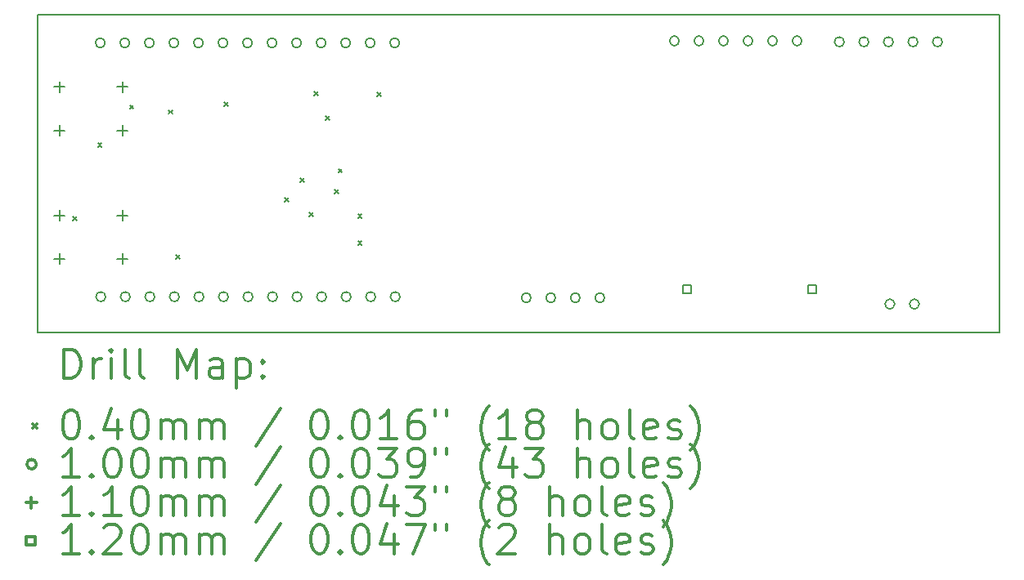
<source format=gbr>
%FSLAX45Y45*%
G04 Gerber Fmt 4.5, Leading zero omitted, Abs format (unit mm)*
G04 Created by KiCad (PCBNEW 5.0.2+dfsg1-1) date Fr 08 Jan 2021 16:22:00 CET*
%MOMM*%
%LPD*%
G01*
G04 APERTURE LIST*
%ADD10C,0.200000*%
%ADD11C,0.300000*%
G04 APERTURE END LIST*
D10*
X9845040Y-8939960D02*
X9845040Y-5643880D01*
X19800000Y-8939960D02*
X9845040Y-8939960D01*
X19800000Y-5648960D02*
X19800000Y-8939960D01*
X9850120Y-5648960D02*
X19800000Y-5648960D01*
D10*
X10211120Y-7742240D02*
X10251120Y-7782240D01*
X10251120Y-7742240D02*
X10211120Y-7782240D01*
X10470200Y-6980240D02*
X10510200Y-7020240D01*
X10510200Y-6980240D02*
X10470200Y-7020240D01*
X10800400Y-6584000D02*
X10840400Y-6624000D01*
X10840400Y-6584000D02*
X10800400Y-6624000D01*
X11201720Y-6634800D02*
X11241720Y-6674800D01*
X11241720Y-6634800D02*
X11201720Y-6674800D01*
X11201720Y-6634800D02*
X11241720Y-6674800D01*
X11241720Y-6634800D02*
X11201720Y-6674800D01*
X11201720Y-6634800D02*
X11241720Y-6674800D01*
X11241720Y-6634800D02*
X11201720Y-6674800D01*
X11277920Y-8138480D02*
X11317920Y-8178480D01*
X11317920Y-8138480D02*
X11277920Y-8178480D01*
X11780840Y-6553520D02*
X11820840Y-6593520D01*
X11820840Y-6553520D02*
X11780840Y-6593520D01*
X12405680Y-7544120D02*
X12445680Y-7584120D01*
X12445680Y-7544120D02*
X12405680Y-7584120D01*
X12563160Y-7340920D02*
X12603160Y-7380920D01*
X12603160Y-7340920D02*
X12563160Y-7380920D01*
X12659680Y-7696520D02*
X12699680Y-7736520D01*
X12699680Y-7696520D02*
X12659680Y-7736520D01*
X12710480Y-6441760D02*
X12750480Y-6481760D01*
X12750480Y-6441760D02*
X12710480Y-6481760D01*
X12827320Y-6700840D02*
X12867320Y-6740840D01*
X12867320Y-6700840D02*
X12827320Y-6740840D01*
X12923840Y-7457760D02*
X12963840Y-7497760D01*
X12963840Y-7457760D02*
X12923840Y-7497760D01*
X12959400Y-7244400D02*
X12999400Y-7284400D01*
X12999400Y-7244400D02*
X12959400Y-7284400D01*
X13162600Y-7711760D02*
X13202600Y-7751760D01*
X13202600Y-7711760D02*
X13162600Y-7751760D01*
X13162600Y-7991160D02*
X13202600Y-8031160D01*
X13202600Y-7991160D02*
X13162600Y-8031160D01*
X13360720Y-6451920D02*
X13400720Y-6491920D01*
X13400720Y-6451920D02*
X13360720Y-6491920D01*
X18719000Y-8646160D02*
G75*
G03X18719000Y-8646160I-50000J0D01*
G01*
X18973000Y-8646160D02*
G75*
G03X18973000Y-8646160I-50000J0D01*
G01*
X14954720Y-8580120D02*
G75*
G03X14954720Y-8580120I-50000J0D01*
G01*
X15208720Y-8580120D02*
G75*
G03X15208720Y-8580120I-50000J0D01*
G01*
X15462720Y-8580120D02*
G75*
G03X15462720Y-8580120I-50000J0D01*
G01*
X15716720Y-8580120D02*
G75*
G03X15716720Y-8580120I-50000J0D01*
G01*
X10545280Y-5938520D02*
G75*
G03X10545280Y-5938520I-50000J0D01*
G01*
X10799280Y-5938520D02*
G75*
G03X10799280Y-5938520I-50000J0D01*
G01*
X11053280Y-5938520D02*
G75*
G03X11053280Y-5938520I-50000J0D01*
G01*
X11307280Y-5938520D02*
G75*
G03X11307280Y-5938520I-50000J0D01*
G01*
X11561280Y-5938520D02*
G75*
G03X11561280Y-5938520I-50000J0D01*
G01*
X11815280Y-5938520D02*
G75*
G03X11815280Y-5938520I-50000J0D01*
G01*
X12069280Y-5938520D02*
G75*
G03X12069280Y-5938520I-50000J0D01*
G01*
X12323280Y-5938520D02*
G75*
G03X12323280Y-5938520I-50000J0D01*
G01*
X12577280Y-5938520D02*
G75*
G03X12577280Y-5938520I-50000J0D01*
G01*
X12831280Y-5938520D02*
G75*
G03X12831280Y-5938520I-50000J0D01*
G01*
X13085280Y-5938520D02*
G75*
G03X13085280Y-5938520I-50000J0D01*
G01*
X13339280Y-5938520D02*
G75*
G03X13339280Y-5938520I-50000J0D01*
G01*
X13593280Y-5938520D02*
G75*
G03X13593280Y-5938520I-50000J0D01*
G01*
X16488880Y-5918200D02*
G75*
G03X16488880Y-5918200I-50000J0D01*
G01*
X16742880Y-5918200D02*
G75*
G03X16742880Y-5918200I-50000J0D01*
G01*
X16996880Y-5918200D02*
G75*
G03X16996880Y-5918200I-50000J0D01*
G01*
X17250880Y-5918200D02*
G75*
G03X17250880Y-5918200I-50000J0D01*
G01*
X17504880Y-5918200D02*
G75*
G03X17504880Y-5918200I-50000J0D01*
G01*
X17758880Y-5918200D02*
G75*
G03X17758880Y-5918200I-50000J0D01*
G01*
X18195760Y-5928360D02*
G75*
G03X18195760Y-5928360I-50000J0D01*
G01*
X18449760Y-5928360D02*
G75*
G03X18449760Y-5928360I-50000J0D01*
G01*
X18703760Y-5928360D02*
G75*
G03X18703760Y-5928360I-50000J0D01*
G01*
X18957760Y-5928360D02*
G75*
G03X18957760Y-5928360I-50000J0D01*
G01*
X19211760Y-5928360D02*
G75*
G03X19211760Y-5928360I-50000J0D01*
G01*
X10550360Y-8570000D02*
G75*
G03X10550360Y-8570000I-50000J0D01*
G01*
X10804360Y-8570000D02*
G75*
G03X10804360Y-8570000I-50000J0D01*
G01*
X11058360Y-8570000D02*
G75*
G03X11058360Y-8570000I-50000J0D01*
G01*
X11312360Y-8570000D02*
G75*
G03X11312360Y-8570000I-50000J0D01*
G01*
X11566360Y-8570000D02*
G75*
G03X11566360Y-8570000I-50000J0D01*
G01*
X11820360Y-8570000D02*
G75*
G03X11820360Y-8570000I-50000J0D01*
G01*
X12074360Y-8570000D02*
G75*
G03X12074360Y-8570000I-50000J0D01*
G01*
X12328360Y-8570000D02*
G75*
G03X12328360Y-8570000I-50000J0D01*
G01*
X12582360Y-8570000D02*
G75*
G03X12582360Y-8570000I-50000J0D01*
G01*
X12836360Y-8570000D02*
G75*
G03X12836360Y-8570000I-50000J0D01*
G01*
X13090360Y-8570000D02*
G75*
G03X13090360Y-8570000I-50000J0D01*
G01*
X13344360Y-8570000D02*
G75*
G03X13344360Y-8570000I-50000J0D01*
G01*
X13598360Y-8570000D02*
G75*
G03X13598360Y-8570000I-50000J0D01*
G01*
X10073640Y-7671680D02*
X10073640Y-7781680D01*
X10018640Y-7726680D02*
X10128640Y-7726680D01*
X10073640Y-8121680D02*
X10073640Y-8231680D01*
X10018640Y-8176680D02*
X10128640Y-8176680D01*
X10723640Y-7671680D02*
X10723640Y-7781680D01*
X10668640Y-7726680D02*
X10778640Y-7726680D01*
X10723640Y-8121680D02*
X10723640Y-8231680D01*
X10668640Y-8176680D02*
X10778640Y-8176680D01*
X10073640Y-6340720D02*
X10073640Y-6450720D01*
X10018640Y-6395720D02*
X10128640Y-6395720D01*
X10073640Y-6790720D02*
X10073640Y-6900720D01*
X10018640Y-6845720D02*
X10128640Y-6845720D01*
X10723640Y-6340720D02*
X10723640Y-6450720D01*
X10668640Y-6395720D02*
X10778640Y-6395720D01*
X10723640Y-6790720D02*
X10723640Y-6900720D01*
X10668640Y-6845720D02*
X10778640Y-6845720D01*
X16608307Y-8531107D02*
X16608307Y-8446253D01*
X16523453Y-8446253D01*
X16523453Y-8531107D01*
X16608307Y-8531107D01*
X17908307Y-8531107D02*
X17908307Y-8446253D01*
X17823453Y-8446253D01*
X17823453Y-8531107D01*
X17908307Y-8531107D01*
D11*
X10121468Y-9415674D02*
X10121468Y-9115674D01*
X10192897Y-9115674D01*
X10235754Y-9129960D01*
X10264326Y-9158532D01*
X10278611Y-9187103D01*
X10292897Y-9244246D01*
X10292897Y-9287103D01*
X10278611Y-9344246D01*
X10264326Y-9372817D01*
X10235754Y-9401389D01*
X10192897Y-9415674D01*
X10121468Y-9415674D01*
X10421468Y-9415674D02*
X10421468Y-9215674D01*
X10421468Y-9272817D02*
X10435754Y-9244246D01*
X10450040Y-9229960D01*
X10478611Y-9215674D01*
X10507183Y-9215674D01*
X10607183Y-9415674D02*
X10607183Y-9215674D01*
X10607183Y-9115674D02*
X10592897Y-9129960D01*
X10607183Y-9144246D01*
X10621468Y-9129960D01*
X10607183Y-9115674D01*
X10607183Y-9144246D01*
X10792897Y-9415674D02*
X10764326Y-9401389D01*
X10750040Y-9372817D01*
X10750040Y-9115674D01*
X10950040Y-9415674D02*
X10921468Y-9401389D01*
X10907183Y-9372817D01*
X10907183Y-9115674D01*
X11292897Y-9415674D02*
X11292897Y-9115674D01*
X11392897Y-9329960D01*
X11492897Y-9115674D01*
X11492897Y-9415674D01*
X11764326Y-9415674D02*
X11764326Y-9258532D01*
X11750040Y-9229960D01*
X11721468Y-9215674D01*
X11664326Y-9215674D01*
X11635754Y-9229960D01*
X11764326Y-9401389D02*
X11735754Y-9415674D01*
X11664326Y-9415674D01*
X11635754Y-9401389D01*
X11621468Y-9372817D01*
X11621468Y-9344246D01*
X11635754Y-9315674D01*
X11664326Y-9301389D01*
X11735754Y-9301389D01*
X11764326Y-9287103D01*
X11907183Y-9215674D02*
X11907183Y-9515674D01*
X11907183Y-9229960D02*
X11935754Y-9215674D01*
X11992897Y-9215674D01*
X12021468Y-9229960D01*
X12035754Y-9244246D01*
X12050040Y-9272817D01*
X12050040Y-9358532D01*
X12035754Y-9387103D01*
X12021468Y-9401389D01*
X11992897Y-9415674D01*
X11935754Y-9415674D01*
X11907183Y-9401389D01*
X12178611Y-9387103D02*
X12192897Y-9401389D01*
X12178611Y-9415674D01*
X12164326Y-9401389D01*
X12178611Y-9387103D01*
X12178611Y-9415674D01*
X12178611Y-9229960D02*
X12192897Y-9244246D01*
X12178611Y-9258532D01*
X12164326Y-9244246D01*
X12178611Y-9229960D01*
X12178611Y-9258532D01*
X9795040Y-9889960D02*
X9835040Y-9929960D01*
X9835040Y-9889960D02*
X9795040Y-9929960D01*
X10178611Y-9745674D02*
X10207183Y-9745674D01*
X10235754Y-9759960D01*
X10250040Y-9774246D01*
X10264326Y-9802817D01*
X10278611Y-9859960D01*
X10278611Y-9931389D01*
X10264326Y-9988532D01*
X10250040Y-10017103D01*
X10235754Y-10031389D01*
X10207183Y-10045674D01*
X10178611Y-10045674D01*
X10150040Y-10031389D01*
X10135754Y-10017103D01*
X10121468Y-9988532D01*
X10107183Y-9931389D01*
X10107183Y-9859960D01*
X10121468Y-9802817D01*
X10135754Y-9774246D01*
X10150040Y-9759960D01*
X10178611Y-9745674D01*
X10407183Y-10017103D02*
X10421468Y-10031389D01*
X10407183Y-10045674D01*
X10392897Y-10031389D01*
X10407183Y-10017103D01*
X10407183Y-10045674D01*
X10678611Y-9845674D02*
X10678611Y-10045674D01*
X10607183Y-9731389D02*
X10535754Y-9945674D01*
X10721468Y-9945674D01*
X10892897Y-9745674D02*
X10921468Y-9745674D01*
X10950040Y-9759960D01*
X10964326Y-9774246D01*
X10978611Y-9802817D01*
X10992897Y-9859960D01*
X10992897Y-9931389D01*
X10978611Y-9988532D01*
X10964326Y-10017103D01*
X10950040Y-10031389D01*
X10921468Y-10045674D01*
X10892897Y-10045674D01*
X10864326Y-10031389D01*
X10850040Y-10017103D01*
X10835754Y-9988532D01*
X10821468Y-9931389D01*
X10821468Y-9859960D01*
X10835754Y-9802817D01*
X10850040Y-9774246D01*
X10864326Y-9759960D01*
X10892897Y-9745674D01*
X11121468Y-10045674D02*
X11121468Y-9845674D01*
X11121468Y-9874246D02*
X11135754Y-9859960D01*
X11164326Y-9845674D01*
X11207183Y-9845674D01*
X11235754Y-9859960D01*
X11250040Y-9888532D01*
X11250040Y-10045674D01*
X11250040Y-9888532D02*
X11264326Y-9859960D01*
X11292897Y-9845674D01*
X11335754Y-9845674D01*
X11364326Y-9859960D01*
X11378611Y-9888532D01*
X11378611Y-10045674D01*
X11521468Y-10045674D02*
X11521468Y-9845674D01*
X11521468Y-9874246D02*
X11535754Y-9859960D01*
X11564326Y-9845674D01*
X11607183Y-9845674D01*
X11635754Y-9859960D01*
X11650040Y-9888532D01*
X11650040Y-10045674D01*
X11650040Y-9888532D02*
X11664326Y-9859960D01*
X11692897Y-9845674D01*
X11735754Y-9845674D01*
X11764326Y-9859960D01*
X11778611Y-9888532D01*
X11778611Y-10045674D01*
X12364326Y-9731389D02*
X12107183Y-10117103D01*
X12750040Y-9745674D02*
X12778611Y-9745674D01*
X12807183Y-9759960D01*
X12821468Y-9774246D01*
X12835754Y-9802817D01*
X12850040Y-9859960D01*
X12850040Y-9931389D01*
X12835754Y-9988532D01*
X12821468Y-10017103D01*
X12807183Y-10031389D01*
X12778611Y-10045674D01*
X12750040Y-10045674D01*
X12721468Y-10031389D01*
X12707183Y-10017103D01*
X12692897Y-9988532D01*
X12678611Y-9931389D01*
X12678611Y-9859960D01*
X12692897Y-9802817D01*
X12707183Y-9774246D01*
X12721468Y-9759960D01*
X12750040Y-9745674D01*
X12978611Y-10017103D02*
X12992897Y-10031389D01*
X12978611Y-10045674D01*
X12964326Y-10031389D01*
X12978611Y-10017103D01*
X12978611Y-10045674D01*
X13178611Y-9745674D02*
X13207183Y-9745674D01*
X13235754Y-9759960D01*
X13250040Y-9774246D01*
X13264326Y-9802817D01*
X13278611Y-9859960D01*
X13278611Y-9931389D01*
X13264326Y-9988532D01*
X13250040Y-10017103D01*
X13235754Y-10031389D01*
X13207183Y-10045674D01*
X13178611Y-10045674D01*
X13150040Y-10031389D01*
X13135754Y-10017103D01*
X13121468Y-9988532D01*
X13107183Y-9931389D01*
X13107183Y-9859960D01*
X13121468Y-9802817D01*
X13135754Y-9774246D01*
X13150040Y-9759960D01*
X13178611Y-9745674D01*
X13564326Y-10045674D02*
X13392897Y-10045674D01*
X13478611Y-10045674D02*
X13478611Y-9745674D01*
X13450040Y-9788532D01*
X13421468Y-9817103D01*
X13392897Y-9831389D01*
X13821468Y-9745674D02*
X13764326Y-9745674D01*
X13735754Y-9759960D01*
X13721468Y-9774246D01*
X13692897Y-9817103D01*
X13678611Y-9874246D01*
X13678611Y-9988532D01*
X13692897Y-10017103D01*
X13707183Y-10031389D01*
X13735754Y-10045674D01*
X13792897Y-10045674D01*
X13821468Y-10031389D01*
X13835754Y-10017103D01*
X13850040Y-9988532D01*
X13850040Y-9917103D01*
X13835754Y-9888532D01*
X13821468Y-9874246D01*
X13792897Y-9859960D01*
X13735754Y-9859960D01*
X13707183Y-9874246D01*
X13692897Y-9888532D01*
X13678611Y-9917103D01*
X13964326Y-9745674D02*
X13964326Y-9802817D01*
X14078611Y-9745674D02*
X14078611Y-9802817D01*
X14521468Y-10159960D02*
X14507183Y-10145674D01*
X14478611Y-10102817D01*
X14464326Y-10074246D01*
X14450040Y-10031389D01*
X14435754Y-9959960D01*
X14435754Y-9902817D01*
X14450040Y-9831389D01*
X14464326Y-9788532D01*
X14478611Y-9759960D01*
X14507183Y-9717103D01*
X14521468Y-9702817D01*
X14792897Y-10045674D02*
X14621468Y-10045674D01*
X14707183Y-10045674D02*
X14707183Y-9745674D01*
X14678611Y-9788532D01*
X14650040Y-9817103D01*
X14621468Y-9831389D01*
X14964326Y-9874246D02*
X14935754Y-9859960D01*
X14921468Y-9845674D01*
X14907183Y-9817103D01*
X14907183Y-9802817D01*
X14921468Y-9774246D01*
X14935754Y-9759960D01*
X14964326Y-9745674D01*
X15021468Y-9745674D01*
X15050040Y-9759960D01*
X15064326Y-9774246D01*
X15078611Y-9802817D01*
X15078611Y-9817103D01*
X15064326Y-9845674D01*
X15050040Y-9859960D01*
X15021468Y-9874246D01*
X14964326Y-9874246D01*
X14935754Y-9888532D01*
X14921468Y-9902817D01*
X14907183Y-9931389D01*
X14907183Y-9988532D01*
X14921468Y-10017103D01*
X14935754Y-10031389D01*
X14964326Y-10045674D01*
X15021468Y-10045674D01*
X15050040Y-10031389D01*
X15064326Y-10017103D01*
X15078611Y-9988532D01*
X15078611Y-9931389D01*
X15064326Y-9902817D01*
X15050040Y-9888532D01*
X15021468Y-9874246D01*
X15435754Y-10045674D02*
X15435754Y-9745674D01*
X15564326Y-10045674D02*
X15564326Y-9888532D01*
X15550040Y-9859960D01*
X15521468Y-9845674D01*
X15478611Y-9845674D01*
X15450040Y-9859960D01*
X15435754Y-9874246D01*
X15750040Y-10045674D02*
X15721468Y-10031389D01*
X15707183Y-10017103D01*
X15692897Y-9988532D01*
X15692897Y-9902817D01*
X15707183Y-9874246D01*
X15721468Y-9859960D01*
X15750040Y-9845674D01*
X15792897Y-9845674D01*
X15821468Y-9859960D01*
X15835754Y-9874246D01*
X15850040Y-9902817D01*
X15850040Y-9988532D01*
X15835754Y-10017103D01*
X15821468Y-10031389D01*
X15792897Y-10045674D01*
X15750040Y-10045674D01*
X16021468Y-10045674D02*
X15992897Y-10031389D01*
X15978611Y-10002817D01*
X15978611Y-9745674D01*
X16250040Y-10031389D02*
X16221468Y-10045674D01*
X16164326Y-10045674D01*
X16135754Y-10031389D01*
X16121468Y-10002817D01*
X16121468Y-9888532D01*
X16135754Y-9859960D01*
X16164326Y-9845674D01*
X16221468Y-9845674D01*
X16250040Y-9859960D01*
X16264326Y-9888532D01*
X16264326Y-9917103D01*
X16121468Y-9945674D01*
X16378611Y-10031389D02*
X16407183Y-10045674D01*
X16464326Y-10045674D01*
X16492897Y-10031389D01*
X16507183Y-10002817D01*
X16507183Y-9988532D01*
X16492897Y-9959960D01*
X16464326Y-9945674D01*
X16421468Y-9945674D01*
X16392897Y-9931389D01*
X16378611Y-9902817D01*
X16378611Y-9888532D01*
X16392897Y-9859960D01*
X16421468Y-9845674D01*
X16464326Y-9845674D01*
X16492897Y-9859960D01*
X16607183Y-10159960D02*
X16621468Y-10145674D01*
X16650040Y-10102817D01*
X16664326Y-10074246D01*
X16678611Y-10031389D01*
X16692897Y-9959960D01*
X16692897Y-9902817D01*
X16678611Y-9831389D01*
X16664326Y-9788532D01*
X16650040Y-9759960D01*
X16621468Y-9717103D01*
X16607183Y-9702817D01*
X9835040Y-10305960D02*
G75*
G03X9835040Y-10305960I-50000J0D01*
G01*
X10278611Y-10441674D02*
X10107183Y-10441674D01*
X10192897Y-10441674D02*
X10192897Y-10141674D01*
X10164326Y-10184532D01*
X10135754Y-10213103D01*
X10107183Y-10227389D01*
X10407183Y-10413103D02*
X10421468Y-10427389D01*
X10407183Y-10441674D01*
X10392897Y-10427389D01*
X10407183Y-10413103D01*
X10407183Y-10441674D01*
X10607183Y-10141674D02*
X10635754Y-10141674D01*
X10664326Y-10155960D01*
X10678611Y-10170246D01*
X10692897Y-10198817D01*
X10707183Y-10255960D01*
X10707183Y-10327389D01*
X10692897Y-10384532D01*
X10678611Y-10413103D01*
X10664326Y-10427389D01*
X10635754Y-10441674D01*
X10607183Y-10441674D01*
X10578611Y-10427389D01*
X10564326Y-10413103D01*
X10550040Y-10384532D01*
X10535754Y-10327389D01*
X10535754Y-10255960D01*
X10550040Y-10198817D01*
X10564326Y-10170246D01*
X10578611Y-10155960D01*
X10607183Y-10141674D01*
X10892897Y-10141674D02*
X10921468Y-10141674D01*
X10950040Y-10155960D01*
X10964326Y-10170246D01*
X10978611Y-10198817D01*
X10992897Y-10255960D01*
X10992897Y-10327389D01*
X10978611Y-10384532D01*
X10964326Y-10413103D01*
X10950040Y-10427389D01*
X10921468Y-10441674D01*
X10892897Y-10441674D01*
X10864326Y-10427389D01*
X10850040Y-10413103D01*
X10835754Y-10384532D01*
X10821468Y-10327389D01*
X10821468Y-10255960D01*
X10835754Y-10198817D01*
X10850040Y-10170246D01*
X10864326Y-10155960D01*
X10892897Y-10141674D01*
X11121468Y-10441674D02*
X11121468Y-10241674D01*
X11121468Y-10270246D02*
X11135754Y-10255960D01*
X11164326Y-10241674D01*
X11207183Y-10241674D01*
X11235754Y-10255960D01*
X11250040Y-10284532D01*
X11250040Y-10441674D01*
X11250040Y-10284532D02*
X11264326Y-10255960D01*
X11292897Y-10241674D01*
X11335754Y-10241674D01*
X11364326Y-10255960D01*
X11378611Y-10284532D01*
X11378611Y-10441674D01*
X11521468Y-10441674D02*
X11521468Y-10241674D01*
X11521468Y-10270246D02*
X11535754Y-10255960D01*
X11564326Y-10241674D01*
X11607183Y-10241674D01*
X11635754Y-10255960D01*
X11650040Y-10284532D01*
X11650040Y-10441674D01*
X11650040Y-10284532D02*
X11664326Y-10255960D01*
X11692897Y-10241674D01*
X11735754Y-10241674D01*
X11764326Y-10255960D01*
X11778611Y-10284532D01*
X11778611Y-10441674D01*
X12364326Y-10127389D02*
X12107183Y-10513103D01*
X12750040Y-10141674D02*
X12778611Y-10141674D01*
X12807183Y-10155960D01*
X12821468Y-10170246D01*
X12835754Y-10198817D01*
X12850040Y-10255960D01*
X12850040Y-10327389D01*
X12835754Y-10384532D01*
X12821468Y-10413103D01*
X12807183Y-10427389D01*
X12778611Y-10441674D01*
X12750040Y-10441674D01*
X12721468Y-10427389D01*
X12707183Y-10413103D01*
X12692897Y-10384532D01*
X12678611Y-10327389D01*
X12678611Y-10255960D01*
X12692897Y-10198817D01*
X12707183Y-10170246D01*
X12721468Y-10155960D01*
X12750040Y-10141674D01*
X12978611Y-10413103D02*
X12992897Y-10427389D01*
X12978611Y-10441674D01*
X12964326Y-10427389D01*
X12978611Y-10413103D01*
X12978611Y-10441674D01*
X13178611Y-10141674D02*
X13207183Y-10141674D01*
X13235754Y-10155960D01*
X13250040Y-10170246D01*
X13264326Y-10198817D01*
X13278611Y-10255960D01*
X13278611Y-10327389D01*
X13264326Y-10384532D01*
X13250040Y-10413103D01*
X13235754Y-10427389D01*
X13207183Y-10441674D01*
X13178611Y-10441674D01*
X13150040Y-10427389D01*
X13135754Y-10413103D01*
X13121468Y-10384532D01*
X13107183Y-10327389D01*
X13107183Y-10255960D01*
X13121468Y-10198817D01*
X13135754Y-10170246D01*
X13150040Y-10155960D01*
X13178611Y-10141674D01*
X13378611Y-10141674D02*
X13564326Y-10141674D01*
X13464326Y-10255960D01*
X13507183Y-10255960D01*
X13535754Y-10270246D01*
X13550040Y-10284532D01*
X13564326Y-10313103D01*
X13564326Y-10384532D01*
X13550040Y-10413103D01*
X13535754Y-10427389D01*
X13507183Y-10441674D01*
X13421468Y-10441674D01*
X13392897Y-10427389D01*
X13378611Y-10413103D01*
X13707183Y-10441674D02*
X13764326Y-10441674D01*
X13792897Y-10427389D01*
X13807183Y-10413103D01*
X13835754Y-10370246D01*
X13850040Y-10313103D01*
X13850040Y-10198817D01*
X13835754Y-10170246D01*
X13821468Y-10155960D01*
X13792897Y-10141674D01*
X13735754Y-10141674D01*
X13707183Y-10155960D01*
X13692897Y-10170246D01*
X13678611Y-10198817D01*
X13678611Y-10270246D01*
X13692897Y-10298817D01*
X13707183Y-10313103D01*
X13735754Y-10327389D01*
X13792897Y-10327389D01*
X13821468Y-10313103D01*
X13835754Y-10298817D01*
X13850040Y-10270246D01*
X13964326Y-10141674D02*
X13964326Y-10198817D01*
X14078611Y-10141674D02*
X14078611Y-10198817D01*
X14521468Y-10555960D02*
X14507183Y-10541674D01*
X14478611Y-10498817D01*
X14464326Y-10470246D01*
X14450040Y-10427389D01*
X14435754Y-10355960D01*
X14435754Y-10298817D01*
X14450040Y-10227389D01*
X14464326Y-10184532D01*
X14478611Y-10155960D01*
X14507183Y-10113103D01*
X14521468Y-10098817D01*
X14764326Y-10241674D02*
X14764326Y-10441674D01*
X14692897Y-10127389D02*
X14621468Y-10341674D01*
X14807183Y-10341674D01*
X14892897Y-10141674D02*
X15078611Y-10141674D01*
X14978611Y-10255960D01*
X15021468Y-10255960D01*
X15050040Y-10270246D01*
X15064326Y-10284532D01*
X15078611Y-10313103D01*
X15078611Y-10384532D01*
X15064326Y-10413103D01*
X15050040Y-10427389D01*
X15021468Y-10441674D01*
X14935754Y-10441674D01*
X14907183Y-10427389D01*
X14892897Y-10413103D01*
X15435754Y-10441674D02*
X15435754Y-10141674D01*
X15564326Y-10441674D02*
X15564326Y-10284532D01*
X15550040Y-10255960D01*
X15521468Y-10241674D01*
X15478611Y-10241674D01*
X15450040Y-10255960D01*
X15435754Y-10270246D01*
X15750040Y-10441674D02*
X15721468Y-10427389D01*
X15707183Y-10413103D01*
X15692897Y-10384532D01*
X15692897Y-10298817D01*
X15707183Y-10270246D01*
X15721468Y-10255960D01*
X15750040Y-10241674D01*
X15792897Y-10241674D01*
X15821468Y-10255960D01*
X15835754Y-10270246D01*
X15850040Y-10298817D01*
X15850040Y-10384532D01*
X15835754Y-10413103D01*
X15821468Y-10427389D01*
X15792897Y-10441674D01*
X15750040Y-10441674D01*
X16021468Y-10441674D02*
X15992897Y-10427389D01*
X15978611Y-10398817D01*
X15978611Y-10141674D01*
X16250040Y-10427389D02*
X16221468Y-10441674D01*
X16164326Y-10441674D01*
X16135754Y-10427389D01*
X16121468Y-10398817D01*
X16121468Y-10284532D01*
X16135754Y-10255960D01*
X16164326Y-10241674D01*
X16221468Y-10241674D01*
X16250040Y-10255960D01*
X16264326Y-10284532D01*
X16264326Y-10313103D01*
X16121468Y-10341674D01*
X16378611Y-10427389D02*
X16407183Y-10441674D01*
X16464326Y-10441674D01*
X16492897Y-10427389D01*
X16507183Y-10398817D01*
X16507183Y-10384532D01*
X16492897Y-10355960D01*
X16464326Y-10341674D01*
X16421468Y-10341674D01*
X16392897Y-10327389D01*
X16378611Y-10298817D01*
X16378611Y-10284532D01*
X16392897Y-10255960D01*
X16421468Y-10241674D01*
X16464326Y-10241674D01*
X16492897Y-10255960D01*
X16607183Y-10555960D02*
X16621468Y-10541674D01*
X16650040Y-10498817D01*
X16664326Y-10470246D01*
X16678611Y-10427389D01*
X16692897Y-10355960D01*
X16692897Y-10298817D01*
X16678611Y-10227389D01*
X16664326Y-10184532D01*
X16650040Y-10155960D01*
X16621468Y-10113103D01*
X16607183Y-10098817D01*
X9780040Y-10646960D02*
X9780040Y-10756960D01*
X9725040Y-10701960D02*
X9835040Y-10701960D01*
X10278611Y-10837674D02*
X10107183Y-10837674D01*
X10192897Y-10837674D02*
X10192897Y-10537674D01*
X10164326Y-10580532D01*
X10135754Y-10609103D01*
X10107183Y-10623389D01*
X10407183Y-10809103D02*
X10421468Y-10823389D01*
X10407183Y-10837674D01*
X10392897Y-10823389D01*
X10407183Y-10809103D01*
X10407183Y-10837674D01*
X10707183Y-10837674D02*
X10535754Y-10837674D01*
X10621468Y-10837674D02*
X10621468Y-10537674D01*
X10592897Y-10580532D01*
X10564326Y-10609103D01*
X10535754Y-10623389D01*
X10892897Y-10537674D02*
X10921468Y-10537674D01*
X10950040Y-10551960D01*
X10964326Y-10566246D01*
X10978611Y-10594817D01*
X10992897Y-10651960D01*
X10992897Y-10723389D01*
X10978611Y-10780532D01*
X10964326Y-10809103D01*
X10950040Y-10823389D01*
X10921468Y-10837674D01*
X10892897Y-10837674D01*
X10864326Y-10823389D01*
X10850040Y-10809103D01*
X10835754Y-10780532D01*
X10821468Y-10723389D01*
X10821468Y-10651960D01*
X10835754Y-10594817D01*
X10850040Y-10566246D01*
X10864326Y-10551960D01*
X10892897Y-10537674D01*
X11121468Y-10837674D02*
X11121468Y-10637674D01*
X11121468Y-10666246D02*
X11135754Y-10651960D01*
X11164326Y-10637674D01*
X11207183Y-10637674D01*
X11235754Y-10651960D01*
X11250040Y-10680532D01*
X11250040Y-10837674D01*
X11250040Y-10680532D02*
X11264326Y-10651960D01*
X11292897Y-10637674D01*
X11335754Y-10637674D01*
X11364326Y-10651960D01*
X11378611Y-10680532D01*
X11378611Y-10837674D01*
X11521468Y-10837674D02*
X11521468Y-10637674D01*
X11521468Y-10666246D02*
X11535754Y-10651960D01*
X11564326Y-10637674D01*
X11607183Y-10637674D01*
X11635754Y-10651960D01*
X11650040Y-10680532D01*
X11650040Y-10837674D01*
X11650040Y-10680532D02*
X11664326Y-10651960D01*
X11692897Y-10637674D01*
X11735754Y-10637674D01*
X11764326Y-10651960D01*
X11778611Y-10680532D01*
X11778611Y-10837674D01*
X12364326Y-10523389D02*
X12107183Y-10909103D01*
X12750040Y-10537674D02*
X12778611Y-10537674D01*
X12807183Y-10551960D01*
X12821468Y-10566246D01*
X12835754Y-10594817D01*
X12850040Y-10651960D01*
X12850040Y-10723389D01*
X12835754Y-10780532D01*
X12821468Y-10809103D01*
X12807183Y-10823389D01*
X12778611Y-10837674D01*
X12750040Y-10837674D01*
X12721468Y-10823389D01*
X12707183Y-10809103D01*
X12692897Y-10780532D01*
X12678611Y-10723389D01*
X12678611Y-10651960D01*
X12692897Y-10594817D01*
X12707183Y-10566246D01*
X12721468Y-10551960D01*
X12750040Y-10537674D01*
X12978611Y-10809103D02*
X12992897Y-10823389D01*
X12978611Y-10837674D01*
X12964326Y-10823389D01*
X12978611Y-10809103D01*
X12978611Y-10837674D01*
X13178611Y-10537674D02*
X13207183Y-10537674D01*
X13235754Y-10551960D01*
X13250040Y-10566246D01*
X13264326Y-10594817D01*
X13278611Y-10651960D01*
X13278611Y-10723389D01*
X13264326Y-10780532D01*
X13250040Y-10809103D01*
X13235754Y-10823389D01*
X13207183Y-10837674D01*
X13178611Y-10837674D01*
X13150040Y-10823389D01*
X13135754Y-10809103D01*
X13121468Y-10780532D01*
X13107183Y-10723389D01*
X13107183Y-10651960D01*
X13121468Y-10594817D01*
X13135754Y-10566246D01*
X13150040Y-10551960D01*
X13178611Y-10537674D01*
X13535754Y-10637674D02*
X13535754Y-10837674D01*
X13464326Y-10523389D02*
X13392897Y-10737674D01*
X13578611Y-10737674D01*
X13664326Y-10537674D02*
X13850040Y-10537674D01*
X13750040Y-10651960D01*
X13792897Y-10651960D01*
X13821468Y-10666246D01*
X13835754Y-10680532D01*
X13850040Y-10709103D01*
X13850040Y-10780532D01*
X13835754Y-10809103D01*
X13821468Y-10823389D01*
X13792897Y-10837674D01*
X13707183Y-10837674D01*
X13678611Y-10823389D01*
X13664326Y-10809103D01*
X13964326Y-10537674D02*
X13964326Y-10594817D01*
X14078611Y-10537674D02*
X14078611Y-10594817D01*
X14521468Y-10951960D02*
X14507183Y-10937674D01*
X14478611Y-10894817D01*
X14464326Y-10866246D01*
X14450040Y-10823389D01*
X14435754Y-10751960D01*
X14435754Y-10694817D01*
X14450040Y-10623389D01*
X14464326Y-10580532D01*
X14478611Y-10551960D01*
X14507183Y-10509103D01*
X14521468Y-10494817D01*
X14678611Y-10666246D02*
X14650040Y-10651960D01*
X14635754Y-10637674D01*
X14621468Y-10609103D01*
X14621468Y-10594817D01*
X14635754Y-10566246D01*
X14650040Y-10551960D01*
X14678611Y-10537674D01*
X14735754Y-10537674D01*
X14764326Y-10551960D01*
X14778611Y-10566246D01*
X14792897Y-10594817D01*
X14792897Y-10609103D01*
X14778611Y-10637674D01*
X14764326Y-10651960D01*
X14735754Y-10666246D01*
X14678611Y-10666246D01*
X14650040Y-10680532D01*
X14635754Y-10694817D01*
X14621468Y-10723389D01*
X14621468Y-10780532D01*
X14635754Y-10809103D01*
X14650040Y-10823389D01*
X14678611Y-10837674D01*
X14735754Y-10837674D01*
X14764326Y-10823389D01*
X14778611Y-10809103D01*
X14792897Y-10780532D01*
X14792897Y-10723389D01*
X14778611Y-10694817D01*
X14764326Y-10680532D01*
X14735754Y-10666246D01*
X15150040Y-10837674D02*
X15150040Y-10537674D01*
X15278611Y-10837674D02*
X15278611Y-10680532D01*
X15264326Y-10651960D01*
X15235754Y-10637674D01*
X15192897Y-10637674D01*
X15164326Y-10651960D01*
X15150040Y-10666246D01*
X15464326Y-10837674D02*
X15435754Y-10823389D01*
X15421468Y-10809103D01*
X15407183Y-10780532D01*
X15407183Y-10694817D01*
X15421468Y-10666246D01*
X15435754Y-10651960D01*
X15464326Y-10637674D01*
X15507183Y-10637674D01*
X15535754Y-10651960D01*
X15550040Y-10666246D01*
X15564326Y-10694817D01*
X15564326Y-10780532D01*
X15550040Y-10809103D01*
X15535754Y-10823389D01*
X15507183Y-10837674D01*
X15464326Y-10837674D01*
X15735754Y-10837674D02*
X15707183Y-10823389D01*
X15692897Y-10794817D01*
X15692897Y-10537674D01*
X15964326Y-10823389D02*
X15935754Y-10837674D01*
X15878611Y-10837674D01*
X15850040Y-10823389D01*
X15835754Y-10794817D01*
X15835754Y-10680532D01*
X15850040Y-10651960D01*
X15878611Y-10637674D01*
X15935754Y-10637674D01*
X15964326Y-10651960D01*
X15978611Y-10680532D01*
X15978611Y-10709103D01*
X15835754Y-10737674D01*
X16092897Y-10823389D02*
X16121468Y-10837674D01*
X16178611Y-10837674D01*
X16207183Y-10823389D01*
X16221468Y-10794817D01*
X16221468Y-10780532D01*
X16207183Y-10751960D01*
X16178611Y-10737674D01*
X16135754Y-10737674D01*
X16107183Y-10723389D01*
X16092897Y-10694817D01*
X16092897Y-10680532D01*
X16107183Y-10651960D01*
X16135754Y-10637674D01*
X16178611Y-10637674D01*
X16207183Y-10651960D01*
X16321468Y-10951960D02*
X16335754Y-10937674D01*
X16364326Y-10894817D01*
X16378611Y-10866246D01*
X16392897Y-10823389D01*
X16407183Y-10751960D01*
X16407183Y-10694817D01*
X16392897Y-10623389D01*
X16378611Y-10580532D01*
X16364326Y-10551960D01*
X16335754Y-10509103D01*
X16321468Y-10494817D01*
X9817467Y-11140387D02*
X9817467Y-11055533D01*
X9732613Y-11055533D01*
X9732613Y-11140387D01*
X9817467Y-11140387D01*
X10278611Y-11233674D02*
X10107183Y-11233674D01*
X10192897Y-11233674D02*
X10192897Y-10933674D01*
X10164326Y-10976532D01*
X10135754Y-11005103D01*
X10107183Y-11019389D01*
X10407183Y-11205103D02*
X10421468Y-11219389D01*
X10407183Y-11233674D01*
X10392897Y-11219389D01*
X10407183Y-11205103D01*
X10407183Y-11233674D01*
X10535754Y-10962246D02*
X10550040Y-10947960D01*
X10578611Y-10933674D01*
X10650040Y-10933674D01*
X10678611Y-10947960D01*
X10692897Y-10962246D01*
X10707183Y-10990817D01*
X10707183Y-11019389D01*
X10692897Y-11062246D01*
X10521468Y-11233674D01*
X10707183Y-11233674D01*
X10892897Y-10933674D02*
X10921468Y-10933674D01*
X10950040Y-10947960D01*
X10964326Y-10962246D01*
X10978611Y-10990817D01*
X10992897Y-11047960D01*
X10992897Y-11119389D01*
X10978611Y-11176532D01*
X10964326Y-11205103D01*
X10950040Y-11219389D01*
X10921468Y-11233674D01*
X10892897Y-11233674D01*
X10864326Y-11219389D01*
X10850040Y-11205103D01*
X10835754Y-11176532D01*
X10821468Y-11119389D01*
X10821468Y-11047960D01*
X10835754Y-10990817D01*
X10850040Y-10962246D01*
X10864326Y-10947960D01*
X10892897Y-10933674D01*
X11121468Y-11233674D02*
X11121468Y-11033674D01*
X11121468Y-11062246D02*
X11135754Y-11047960D01*
X11164326Y-11033674D01*
X11207183Y-11033674D01*
X11235754Y-11047960D01*
X11250040Y-11076532D01*
X11250040Y-11233674D01*
X11250040Y-11076532D02*
X11264326Y-11047960D01*
X11292897Y-11033674D01*
X11335754Y-11033674D01*
X11364326Y-11047960D01*
X11378611Y-11076532D01*
X11378611Y-11233674D01*
X11521468Y-11233674D02*
X11521468Y-11033674D01*
X11521468Y-11062246D02*
X11535754Y-11047960D01*
X11564326Y-11033674D01*
X11607183Y-11033674D01*
X11635754Y-11047960D01*
X11650040Y-11076532D01*
X11650040Y-11233674D01*
X11650040Y-11076532D02*
X11664326Y-11047960D01*
X11692897Y-11033674D01*
X11735754Y-11033674D01*
X11764326Y-11047960D01*
X11778611Y-11076532D01*
X11778611Y-11233674D01*
X12364326Y-10919389D02*
X12107183Y-11305103D01*
X12750040Y-10933674D02*
X12778611Y-10933674D01*
X12807183Y-10947960D01*
X12821468Y-10962246D01*
X12835754Y-10990817D01*
X12850040Y-11047960D01*
X12850040Y-11119389D01*
X12835754Y-11176532D01*
X12821468Y-11205103D01*
X12807183Y-11219389D01*
X12778611Y-11233674D01*
X12750040Y-11233674D01*
X12721468Y-11219389D01*
X12707183Y-11205103D01*
X12692897Y-11176532D01*
X12678611Y-11119389D01*
X12678611Y-11047960D01*
X12692897Y-10990817D01*
X12707183Y-10962246D01*
X12721468Y-10947960D01*
X12750040Y-10933674D01*
X12978611Y-11205103D02*
X12992897Y-11219389D01*
X12978611Y-11233674D01*
X12964326Y-11219389D01*
X12978611Y-11205103D01*
X12978611Y-11233674D01*
X13178611Y-10933674D02*
X13207183Y-10933674D01*
X13235754Y-10947960D01*
X13250040Y-10962246D01*
X13264326Y-10990817D01*
X13278611Y-11047960D01*
X13278611Y-11119389D01*
X13264326Y-11176532D01*
X13250040Y-11205103D01*
X13235754Y-11219389D01*
X13207183Y-11233674D01*
X13178611Y-11233674D01*
X13150040Y-11219389D01*
X13135754Y-11205103D01*
X13121468Y-11176532D01*
X13107183Y-11119389D01*
X13107183Y-11047960D01*
X13121468Y-10990817D01*
X13135754Y-10962246D01*
X13150040Y-10947960D01*
X13178611Y-10933674D01*
X13535754Y-11033674D02*
X13535754Y-11233674D01*
X13464326Y-10919389D02*
X13392897Y-11133674D01*
X13578611Y-11133674D01*
X13664326Y-10933674D02*
X13864326Y-10933674D01*
X13735754Y-11233674D01*
X13964326Y-10933674D02*
X13964326Y-10990817D01*
X14078611Y-10933674D02*
X14078611Y-10990817D01*
X14521468Y-11347960D02*
X14507183Y-11333674D01*
X14478611Y-11290817D01*
X14464326Y-11262246D01*
X14450040Y-11219389D01*
X14435754Y-11147960D01*
X14435754Y-11090817D01*
X14450040Y-11019389D01*
X14464326Y-10976532D01*
X14478611Y-10947960D01*
X14507183Y-10905103D01*
X14521468Y-10890817D01*
X14621468Y-10962246D02*
X14635754Y-10947960D01*
X14664326Y-10933674D01*
X14735754Y-10933674D01*
X14764326Y-10947960D01*
X14778611Y-10962246D01*
X14792897Y-10990817D01*
X14792897Y-11019389D01*
X14778611Y-11062246D01*
X14607183Y-11233674D01*
X14792897Y-11233674D01*
X15150040Y-11233674D02*
X15150040Y-10933674D01*
X15278611Y-11233674D02*
X15278611Y-11076532D01*
X15264326Y-11047960D01*
X15235754Y-11033674D01*
X15192897Y-11033674D01*
X15164326Y-11047960D01*
X15150040Y-11062246D01*
X15464326Y-11233674D02*
X15435754Y-11219389D01*
X15421468Y-11205103D01*
X15407183Y-11176532D01*
X15407183Y-11090817D01*
X15421468Y-11062246D01*
X15435754Y-11047960D01*
X15464326Y-11033674D01*
X15507183Y-11033674D01*
X15535754Y-11047960D01*
X15550040Y-11062246D01*
X15564326Y-11090817D01*
X15564326Y-11176532D01*
X15550040Y-11205103D01*
X15535754Y-11219389D01*
X15507183Y-11233674D01*
X15464326Y-11233674D01*
X15735754Y-11233674D02*
X15707183Y-11219389D01*
X15692897Y-11190817D01*
X15692897Y-10933674D01*
X15964326Y-11219389D02*
X15935754Y-11233674D01*
X15878611Y-11233674D01*
X15850040Y-11219389D01*
X15835754Y-11190817D01*
X15835754Y-11076532D01*
X15850040Y-11047960D01*
X15878611Y-11033674D01*
X15935754Y-11033674D01*
X15964326Y-11047960D01*
X15978611Y-11076532D01*
X15978611Y-11105103D01*
X15835754Y-11133674D01*
X16092897Y-11219389D02*
X16121468Y-11233674D01*
X16178611Y-11233674D01*
X16207183Y-11219389D01*
X16221468Y-11190817D01*
X16221468Y-11176532D01*
X16207183Y-11147960D01*
X16178611Y-11133674D01*
X16135754Y-11133674D01*
X16107183Y-11119389D01*
X16092897Y-11090817D01*
X16092897Y-11076532D01*
X16107183Y-11047960D01*
X16135754Y-11033674D01*
X16178611Y-11033674D01*
X16207183Y-11047960D01*
X16321468Y-11347960D02*
X16335754Y-11333674D01*
X16364326Y-11290817D01*
X16378611Y-11262246D01*
X16392897Y-11219389D01*
X16407183Y-11147960D01*
X16407183Y-11090817D01*
X16392897Y-11019389D01*
X16378611Y-10976532D01*
X16364326Y-10947960D01*
X16335754Y-10905103D01*
X16321468Y-10890817D01*
M02*

</source>
